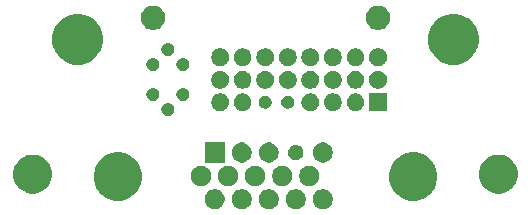
<source format=gts>
G04 #@! TF.GenerationSoftware,KiCad,Pcbnew,(5.1.2)-1*
G04 #@! TF.CreationDate,2019-06-06T00:59:27-04:00*
G04 #@! TF.ProjectId,VGA to DVI_SIMPLE,56474120-746f-4204-9456-495f53494d50,rev?*
G04 #@! TF.SameCoordinates,Original*
G04 #@! TF.FileFunction,Soldermask,Top*
G04 #@! TF.FilePolarity,Negative*
%FSLAX46Y46*%
G04 Gerber Fmt 4.6, Leading zero omitted, Abs format (unit mm)*
G04 Created by KiCad (PCBNEW (5.1.2)-1) date 2019-06-06 00:59:27*
%MOMM*%
%LPD*%
G04 APERTURE LIST*
%ADD10C,0.100000*%
G04 APERTURE END LIST*
D10*
G36*
X171303228Y-121956042D02*
G01*
X171458100Y-122020192D01*
X171597481Y-122113324D01*
X171716015Y-122231858D01*
X171809147Y-122371239D01*
X171873297Y-122526111D01*
X171906000Y-122690523D01*
X171906000Y-122858155D01*
X171873297Y-123022567D01*
X171809147Y-123177439D01*
X171716015Y-123316820D01*
X171597481Y-123435354D01*
X171458100Y-123528486D01*
X171303228Y-123592636D01*
X171138816Y-123625339D01*
X170971184Y-123625339D01*
X170806772Y-123592636D01*
X170651900Y-123528486D01*
X170512519Y-123435354D01*
X170393985Y-123316820D01*
X170300853Y-123177439D01*
X170236703Y-123022567D01*
X170204000Y-122858155D01*
X170204000Y-122690523D01*
X170236703Y-122526111D01*
X170300853Y-122371239D01*
X170393985Y-122231858D01*
X170512519Y-122113324D01*
X170651900Y-122020192D01*
X170806772Y-121956042D01*
X170971184Y-121923339D01*
X171138816Y-121923339D01*
X171303228Y-121956042D01*
X171303228Y-121956042D01*
G37*
G36*
X173593228Y-121956042D02*
G01*
X173748100Y-122020192D01*
X173887481Y-122113324D01*
X174006015Y-122231858D01*
X174099147Y-122371239D01*
X174163297Y-122526111D01*
X174196000Y-122690523D01*
X174196000Y-122858155D01*
X174163297Y-123022567D01*
X174099147Y-123177439D01*
X174006015Y-123316820D01*
X173887481Y-123435354D01*
X173748100Y-123528486D01*
X173593228Y-123592636D01*
X173428816Y-123625339D01*
X173261184Y-123625339D01*
X173096772Y-123592636D01*
X172941900Y-123528486D01*
X172802519Y-123435354D01*
X172683985Y-123316820D01*
X172590853Y-123177439D01*
X172526703Y-123022567D01*
X172494000Y-122858155D01*
X172494000Y-122690523D01*
X172526703Y-122526111D01*
X172590853Y-122371239D01*
X172683985Y-122231858D01*
X172802519Y-122113324D01*
X172941900Y-122020192D01*
X173096772Y-121956042D01*
X173261184Y-121923339D01*
X173428816Y-121923339D01*
X173593228Y-121956042D01*
X173593228Y-121956042D01*
G37*
G36*
X175883228Y-121956042D02*
G01*
X176038100Y-122020192D01*
X176177481Y-122113324D01*
X176296015Y-122231858D01*
X176389147Y-122371239D01*
X176453297Y-122526111D01*
X176486000Y-122690523D01*
X176486000Y-122858155D01*
X176453297Y-123022567D01*
X176389147Y-123177439D01*
X176296015Y-123316820D01*
X176177481Y-123435354D01*
X176038100Y-123528486D01*
X175883228Y-123592636D01*
X175718816Y-123625339D01*
X175551184Y-123625339D01*
X175386772Y-123592636D01*
X175231900Y-123528486D01*
X175092519Y-123435354D01*
X174973985Y-123316820D01*
X174880853Y-123177439D01*
X174816703Y-123022567D01*
X174784000Y-122858155D01*
X174784000Y-122690523D01*
X174816703Y-122526111D01*
X174880853Y-122371239D01*
X174973985Y-122231858D01*
X175092519Y-122113324D01*
X175231900Y-122020192D01*
X175386772Y-121956042D01*
X175551184Y-121923339D01*
X175718816Y-121923339D01*
X175883228Y-121956042D01*
X175883228Y-121956042D01*
G37*
G36*
X169013228Y-121956042D02*
G01*
X169168100Y-122020192D01*
X169307481Y-122113324D01*
X169426015Y-122231858D01*
X169519147Y-122371239D01*
X169583297Y-122526111D01*
X169616000Y-122690523D01*
X169616000Y-122858155D01*
X169583297Y-123022567D01*
X169519147Y-123177439D01*
X169426015Y-123316820D01*
X169307481Y-123435354D01*
X169168100Y-123528486D01*
X169013228Y-123592636D01*
X168848816Y-123625339D01*
X168681184Y-123625339D01*
X168516772Y-123592636D01*
X168361900Y-123528486D01*
X168222519Y-123435354D01*
X168103985Y-123316820D01*
X168010853Y-123177439D01*
X167946703Y-123022567D01*
X167914000Y-122858155D01*
X167914000Y-122690523D01*
X167946703Y-122526111D01*
X168010853Y-122371239D01*
X168103985Y-122231858D01*
X168222519Y-122113324D01*
X168361900Y-122020192D01*
X168516772Y-121956042D01*
X168681184Y-121923339D01*
X168848816Y-121923339D01*
X169013228Y-121956042D01*
X169013228Y-121956042D01*
G37*
G36*
X166723228Y-121956042D02*
G01*
X166878100Y-122020192D01*
X167017481Y-122113324D01*
X167136015Y-122231858D01*
X167229147Y-122371239D01*
X167293297Y-122526111D01*
X167326000Y-122690523D01*
X167326000Y-122858155D01*
X167293297Y-123022567D01*
X167229147Y-123177439D01*
X167136015Y-123316820D01*
X167017481Y-123435354D01*
X166878100Y-123528486D01*
X166723228Y-123592636D01*
X166558816Y-123625339D01*
X166391184Y-123625339D01*
X166226772Y-123592636D01*
X166071900Y-123528486D01*
X165932519Y-123435354D01*
X165813985Y-123316820D01*
X165720853Y-123177439D01*
X165656703Y-123022567D01*
X165624000Y-122858155D01*
X165624000Y-122690523D01*
X165656703Y-122526111D01*
X165720853Y-122371239D01*
X165813985Y-122231858D01*
X165932519Y-122113324D01*
X166071900Y-122020192D01*
X166226772Y-121956042D01*
X166391184Y-121923339D01*
X166558816Y-121923339D01*
X166723228Y-121956042D01*
X166723228Y-121956042D01*
G37*
G36*
X183888254Y-118892157D02*
G01*
X184261511Y-119046765D01*
X184261513Y-119046766D01*
X184597436Y-119271223D01*
X184883116Y-119556903D01*
X185090957Y-119867958D01*
X185107574Y-119892828D01*
X185262182Y-120266085D01*
X185341000Y-120662332D01*
X185341000Y-121066346D01*
X185262182Y-121462593D01*
X185107574Y-121835850D01*
X185107573Y-121835852D01*
X184883116Y-122171775D01*
X184597436Y-122457455D01*
X184261513Y-122681912D01*
X184261512Y-122681913D01*
X184261511Y-122681913D01*
X183888254Y-122836521D01*
X183492007Y-122915339D01*
X183087993Y-122915339D01*
X182691746Y-122836521D01*
X182318489Y-122681913D01*
X182318488Y-122681913D01*
X182318487Y-122681912D01*
X181982564Y-122457455D01*
X181696884Y-122171775D01*
X181472427Y-121835852D01*
X181472426Y-121835850D01*
X181317818Y-121462593D01*
X181239000Y-121066346D01*
X181239000Y-120662332D01*
X181317818Y-120266085D01*
X181472426Y-119892828D01*
X181489044Y-119867958D01*
X181696884Y-119556903D01*
X181982564Y-119271223D01*
X182318487Y-119046766D01*
X182318489Y-119046765D01*
X182691746Y-118892157D01*
X183087993Y-118813339D01*
X183492007Y-118813339D01*
X183888254Y-118892157D01*
X183888254Y-118892157D01*
G37*
G36*
X158888254Y-118892157D02*
G01*
X159261511Y-119046765D01*
X159261513Y-119046766D01*
X159597436Y-119271223D01*
X159883116Y-119556903D01*
X160090957Y-119867958D01*
X160107574Y-119892828D01*
X160262182Y-120266085D01*
X160341000Y-120662332D01*
X160341000Y-121066346D01*
X160262182Y-121462593D01*
X160107574Y-121835850D01*
X160107573Y-121835852D01*
X159883116Y-122171775D01*
X159597436Y-122457455D01*
X159261513Y-122681912D01*
X159261512Y-122681913D01*
X159261511Y-122681913D01*
X158888254Y-122836521D01*
X158492007Y-122915339D01*
X158087993Y-122915339D01*
X157691746Y-122836521D01*
X157318489Y-122681913D01*
X157318488Y-122681913D01*
X157318487Y-122681912D01*
X156982564Y-122457455D01*
X156696884Y-122171775D01*
X156472427Y-121835852D01*
X156472426Y-121835850D01*
X156317818Y-121462593D01*
X156239000Y-121066346D01*
X156239000Y-120662332D01*
X156317818Y-120266085D01*
X156472426Y-119892828D01*
X156489044Y-119867958D01*
X156696884Y-119556903D01*
X156982564Y-119271223D01*
X157318487Y-119046766D01*
X157318489Y-119046765D01*
X157691746Y-118892157D01*
X158087993Y-118813339D01*
X158492007Y-118813339D01*
X158888254Y-118892157D01*
X158888254Y-118892157D01*
G37*
G36*
X190875256Y-119041298D02*
G01*
X190981579Y-119062447D01*
X191282042Y-119186903D01*
X191552451Y-119367585D01*
X191782415Y-119597549D01*
X191782416Y-119597551D01*
X191963098Y-119867960D01*
X192087553Y-120168422D01*
X192151000Y-120487389D01*
X192151000Y-120812611D01*
X192137962Y-120878155D01*
X192087553Y-121131579D01*
X191963097Y-121432042D01*
X191782415Y-121702451D01*
X191552451Y-121932415D01*
X191282042Y-122113097D01*
X190981579Y-122237553D01*
X190875256Y-122258702D01*
X190662611Y-122301000D01*
X190337389Y-122301000D01*
X190124744Y-122258702D01*
X190018421Y-122237553D01*
X189717958Y-122113097D01*
X189447549Y-121932415D01*
X189217585Y-121702451D01*
X189036903Y-121432042D01*
X188912447Y-121131579D01*
X188862038Y-120878155D01*
X188849000Y-120812611D01*
X188849000Y-120487389D01*
X188912447Y-120168422D01*
X189036902Y-119867960D01*
X189217584Y-119597551D01*
X189217585Y-119597549D01*
X189447549Y-119367585D01*
X189717958Y-119186903D01*
X190018421Y-119062447D01*
X190124744Y-119041298D01*
X190337389Y-118999000D01*
X190662611Y-118999000D01*
X190875256Y-119041298D01*
X190875256Y-119041298D01*
G37*
G36*
X151455256Y-119041298D02*
G01*
X151561579Y-119062447D01*
X151862042Y-119186903D01*
X152132451Y-119367585D01*
X152362415Y-119597549D01*
X152362416Y-119597551D01*
X152543098Y-119867960D01*
X152667553Y-120168422D01*
X152731000Y-120487389D01*
X152731000Y-120812611D01*
X152717962Y-120878155D01*
X152667553Y-121131579D01*
X152543097Y-121432042D01*
X152362415Y-121702451D01*
X152132451Y-121932415D01*
X151862042Y-122113097D01*
X151561579Y-122237553D01*
X151455256Y-122258702D01*
X151242611Y-122301000D01*
X150917389Y-122301000D01*
X150704744Y-122258702D01*
X150598421Y-122237553D01*
X150297958Y-122113097D01*
X150027549Y-121932415D01*
X149797585Y-121702451D01*
X149616903Y-121432042D01*
X149492447Y-121131579D01*
X149442038Y-120878155D01*
X149429000Y-120812611D01*
X149429000Y-120487389D01*
X149492447Y-120168422D01*
X149616902Y-119867960D01*
X149797584Y-119597551D01*
X149797585Y-119597549D01*
X150027549Y-119367585D01*
X150297958Y-119186903D01*
X150598421Y-119062447D01*
X150704744Y-119041298D01*
X150917389Y-118999000D01*
X151242611Y-118999000D01*
X151455256Y-119041298D01*
X151455256Y-119041298D01*
G37*
G36*
X165578228Y-119976042D02*
G01*
X165733100Y-120040192D01*
X165872481Y-120133324D01*
X165991015Y-120251858D01*
X166084147Y-120391239D01*
X166148297Y-120546111D01*
X166181000Y-120710523D01*
X166181000Y-120878155D01*
X166148297Y-121042567D01*
X166084147Y-121197439D01*
X165991015Y-121336820D01*
X165872481Y-121455354D01*
X165733100Y-121548486D01*
X165578228Y-121612636D01*
X165413816Y-121645339D01*
X165246184Y-121645339D01*
X165081772Y-121612636D01*
X164926900Y-121548486D01*
X164787519Y-121455354D01*
X164668985Y-121336820D01*
X164575853Y-121197439D01*
X164511703Y-121042567D01*
X164479000Y-120878155D01*
X164479000Y-120710523D01*
X164511703Y-120546111D01*
X164575853Y-120391239D01*
X164668985Y-120251858D01*
X164787519Y-120133324D01*
X164926900Y-120040192D01*
X165081772Y-119976042D01*
X165246184Y-119943339D01*
X165413816Y-119943339D01*
X165578228Y-119976042D01*
X165578228Y-119976042D01*
G37*
G36*
X174738228Y-119976042D02*
G01*
X174893100Y-120040192D01*
X175032481Y-120133324D01*
X175151015Y-120251858D01*
X175244147Y-120391239D01*
X175308297Y-120546111D01*
X175341000Y-120710523D01*
X175341000Y-120878155D01*
X175308297Y-121042567D01*
X175244147Y-121197439D01*
X175151015Y-121336820D01*
X175032481Y-121455354D01*
X174893100Y-121548486D01*
X174738228Y-121612636D01*
X174573816Y-121645339D01*
X174406184Y-121645339D01*
X174241772Y-121612636D01*
X174086900Y-121548486D01*
X173947519Y-121455354D01*
X173828985Y-121336820D01*
X173735853Y-121197439D01*
X173671703Y-121042567D01*
X173639000Y-120878155D01*
X173639000Y-120710523D01*
X173671703Y-120546111D01*
X173735853Y-120391239D01*
X173828985Y-120251858D01*
X173947519Y-120133324D01*
X174086900Y-120040192D01*
X174241772Y-119976042D01*
X174406184Y-119943339D01*
X174573816Y-119943339D01*
X174738228Y-119976042D01*
X174738228Y-119976042D01*
G37*
G36*
X172448228Y-119976042D02*
G01*
X172603100Y-120040192D01*
X172742481Y-120133324D01*
X172861015Y-120251858D01*
X172954147Y-120391239D01*
X173018297Y-120546111D01*
X173051000Y-120710523D01*
X173051000Y-120878155D01*
X173018297Y-121042567D01*
X172954147Y-121197439D01*
X172861015Y-121336820D01*
X172742481Y-121455354D01*
X172603100Y-121548486D01*
X172448228Y-121612636D01*
X172283816Y-121645339D01*
X172116184Y-121645339D01*
X171951772Y-121612636D01*
X171796900Y-121548486D01*
X171657519Y-121455354D01*
X171538985Y-121336820D01*
X171445853Y-121197439D01*
X171381703Y-121042567D01*
X171349000Y-120878155D01*
X171349000Y-120710523D01*
X171381703Y-120546111D01*
X171445853Y-120391239D01*
X171538985Y-120251858D01*
X171657519Y-120133324D01*
X171796900Y-120040192D01*
X171951772Y-119976042D01*
X172116184Y-119943339D01*
X172283816Y-119943339D01*
X172448228Y-119976042D01*
X172448228Y-119976042D01*
G37*
G36*
X170158228Y-119976042D02*
G01*
X170313100Y-120040192D01*
X170452481Y-120133324D01*
X170571015Y-120251858D01*
X170664147Y-120391239D01*
X170728297Y-120546111D01*
X170761000Y-120710523D01*
X170761000Y-120878155D01*
X170728297Y-121042567D01*
X170664147Y-121197439D01*
X170571015Y-121336820D01*
X170452481Y-121455354D01*
X170313100Y-121548486D01*
X170158228Y-121612636D01*
X169993816Y-121645339D01*
X169826184Y-121645339D01*
X169661772Y-121612636D01*
X169506900Y-121548486D01*
X169367519Y-121455354D01*
X169248985Y-121336820D01*
X169155853Y-121197439D01*
X169091703Y-121042567D01*
X169059000Y-120878155D01*
X169059000Y-120710523D01*
X169091703Y-120546111D01*
X169155853Y-120391239D01*
X169248985Y-120251858D01*
X169367519Y-120133324D01*
X169506900Y-120040192D01*
X169661772Y-119976042D01*
X169826184Y-119943339D01*
X169993816Y-119943339D01*
X170158228Y-119976042D01*
X170158228Y-119976042D01*
G37*
G36*
X167868228Y-119976042D02*
G01*
X168023100Y-120040192D01*
X168162481Y-120133324D01*
X168281015Y-120251858D01*
X168374147Y-120391239D01*
X168438297Y-120546111D01*
X168471000Y-120710523D01*
X168471000Y-120878155D01*
X168438297Y-121042567D01*
X168374147Y-121197439D01*
X168281015Y-121336820D01*
X168162481Y-121455354D01*
X168023100Y-121548486D01*
X167868228Y-121612636D01*
X167703816Y-121645339D01*
X167536184Y-121645339D01*
X167371772Y-121612636D01*
X167216900Y-121548486D01*
X167077519Y-121455354D01*
X166958985Y-121336820D01*
X166865853Y-121197439D01*
X166801703Y-121042567D01*
X166769000Y-120878155D01*
X166769000Y-120710523D01*
X166801703Y-120546111D01*
X166865853Y-120391239D01*
X166958985Y-120251858D01*
X167077519Y-120133324D01*
X167216900Y-120040192D01*
X167371772Y-119976042D01*
X167536184Y-119943339D01*
X167703816Y-119943339D01*
X167868228Y-119976042D01*
X167868228Y-119976042D01*
G37*
G36*
X175883228Y-117996042D02*
G01*
X176038100Y-118060192D01*
X176177481Y-118153324D01*
X176296015Y-118271858D01*
X176389147Y-118411239D01*
X176453297Y-118566111D01*
X176486000Y-118730523D01*
X176486000Y-118898155D01*
X176453297Y-119062567D01*
X176389147Y-119217439D01*
X176296015Y-119356820D01*
X176177481Y-119475354D01*
X176038100Y-119568486D01*
X175883228Y-119632636D01*
X175718816Y-119665339D01*
X175551184Y-119665339D01*
X175386772Y-119632636D01*
X175231900Y-119568486D01*
X175092519Y-119475354D01*
X174973985Y-119356820D01*
X174880853Y-119217439D01*
X174816703Y-119062567D01*
X174784000Y-118898155D01*
X174784000Y-118730523D01*
X174816703Y-118566111D01*
X174880853Y-118411239D01*
X174973985Y-118271858D01*
X175092519Y-118153324D01*
X175231900Y-118060192D01*
X175386772Y-117996042D01*
X175551184Y-117963339D01*
X175718816Y-117963339D01*
X175883228Y-117996042D01*
X175883228Y-117996042D01*
G37*
G36*
X169013228Y-117996042D02*
G01*
X169168100Y-118060192D01*
X169307481Y-118153324D01*
X169426015Y-118271858D01*
X169519147Y-118411239D01*
X169583297Y-118566111D01*
X169616000Y-118730523D01*
X169616000Y-118898155D01*
X169583297Y-119062567D01*
X169519147Y-119217439D01*
X169426015Y-119356820D01*
X169307481Y-119475354D01*
X169168100Y-119568486D01*
X169013228Y-119632636D01*
X168848816Y-119665339D01*
X168681184Y-119665339D01*
X168516772Y-119632636D01*
X168361900Y-119568486D01*
X168222519Y-119475354D01*
X168103985Y-119356820D01*
X168010853Y-119217439D01*
X167946703Y-119062567D01*
X167914000Y-118898155D01*
X167914000Y-118730523D01*
X167946703Y-118566111D01*
X168010853Y-118411239D01*
X168103985Y-118271858D01*
X168222519Y-118153324D01*
X168361900Y-118060192D01*
X168516772Y-117996042D01*
X168681184Y-117963339D01*
X168848816Y-117963339D01*
X169013228Y-117996042D01*
X169013228Y-117996042D01*
G37*
G36*
X171303228Y-117996042D02*
G01*
X171458100Y-118060192D01*
X171597481Y-118153324D01*
X171716015Y-118271858D01*
X171809147Y-118411239D01*
X171873297Y-118566111D01*
X171906000Y-118730523D01*
X171906000Y-118898155D01*
X171873297Y-119062567D01*
X171809147Y-119217439D01*
X171716015Y-119356820D01*
X171597481Y-119475354D01*
X171458100Y-119568486D01*
X171303228Y-119632636D01*
X171138816Y-119665339D01*
X170971184Y-119665339D01*
X170806772Y-119632636D01*
X170651900Y-119568486D01*
X170512519Y-119475354D01*
X170393985Y-119356820D01*
X170300853Y-119217439D01*
X170236703Y-119062567D01*
X170204000Y-118898155D01*
X170204000Y-118730523D01*
X170236703Y-118566111D01*
X170300853Y-118411239D01*
X170393985Y-118271858D01*
X170512519Y-118153324D01*
X170651900Y-118060192D01*
X170806772Y-117996042D01*
X170971184Y-117963339D01*
X171138816Y-117963339D01*
X171303228Y-117996042D01*
X171303228Y-117996042D01*
G37*
G36*
X167326000Y-119665339D02*
G01*
X165624000Y-119665339D01*
X165624000Y-117963339D01*
X167326000Y-117963339D01*
X167326000Y-119665339D01*
X167326000Y-119665339D01*
G37*
G36*
X173534890Y-118188356D02*
G01*
X173653364Y-118237430D01*
X173759988Y-118308674D01*
X173850665Y-118399351D01*
X173921909Y-118505975D01*
X173970983Y-118624449D01*
X173996000Y-118750221D01*
X173996000Y-118878457D01*
X173970983Y-119004229D01*
X173921909Y-119122703D01*
X173850665Y-119229327D01*
X173759988Y-119320004D01*
X173653364Y-119391248D01*
X173653363Y-119391249D01*
X173653362Y-119391249D01*
X173534890Y-119440322D01*
X173409119Y-119465339D01*
X173280881Y-119465339D01*
X173155110Y-119440322D01*
X173036638Y-119391249D01*
X173036637Y-119391249D01*
X173036636Y-119391248D01*
X172930012Y-119320004D01*
X172839335Y-119229327D01*
X172768091Y-119122703D01*
X172719017Y-119004229D01*
X172694000Y-118878457D01*
X172694000Y-118750221D01*
X172719017Y-118624449D01*
X172768091Y-118505975D01*
X172839335Y-118399351D01*
X172930012Y-118308674D01*
X173036636Y-118237430D01*
X173155110Y-118188356D01*
X173280881Y-118163339D01*
X173409119Y-118163339D01*
X173534890Y-118188356D01*
X173534890Y-118188356D01*
G37*
G36*
X162690721Y-114630174D02*
G01*
X162790995Y-114671709D01*
X162790996Y-114671710D01*
X162881242Y-114732010D01*
X162957990Y-114808758D01*
X162957991Y-114808760D01*
X163018291Y-114899005D01*
X163059826Y-114999279D01*
X163081000Y-115105730D01*
X163081000Y-115214270D01*
X163059826Y-115320721D01*
X163018291Y-115420995D01*
X163018290Y-115420996D01*
X162957990Y-115511242D01*
X162881242Y-115587990D01*
X162835812Y-115618345D01*
X162790995Y-115648291D01*
X162690721Y-115689826D01*
X162584270Y-115711000D01*
X162475730Y-115711000D01*
X162369279Y-115689826D01*
X162269005Y-115648291D01*
X162224188Y-115618345D01*
X162178758Y-115587990D01*
X162102010Y-115511242D01*
X162041710Y-115420996D01*
X162041709Y-115420995D01*
X162000174Y-115320721D01*
X161979000Y-115214270D01*
X161979000Y-115105730D01*
X162000174Y-114999279D01*
X162041709Y-114899005D01*
X162102009Y-114808760D01*
X162102010Y-114808758D01*
X162178758Y-114732010D01*
X162269004Y-114671710D01*
X162269005Y-114671709D01*
X162369279Y-114630174D01*
X162475730Y-114609000D01*
X162584270Y-114609000D01*
X162690721Y-114630174D01*
X162690721Y-114630174D01*
G37*
G36*
X176698351Y-113835730D02*
G01*
X176709059Y-113837860D01*
X176845732Y-113894472D01*
X176968735Y-113976660D01*
X177073340Y-114081265D01*
X177155528Y-114204268D01*
X177155529Y-114204270D01*
X177212140Y-114340941D01*
X177241000Y-114486032D01*
X177241000Y-114633968D01*
X177212140Y-114779059D01*
X177194770Y-114820995D01*
X177155528Y-114915732D01*
X177073340Y-115038735D01*
X176968735Y-115143340D01*
X176845732Y-115225528D01*
X176845731Y-115225529D01*
X176845730Y-115225529D01*
X176709059Y-115282140D01*
X176563968Y-115311000D01*
X176416032Y-115311000D01*
X176270941Y-115282140D01*
X176134270Y-115225529D01*
X176134269Y-115225529D01*
X176134268Y-115225528D01*
X176011265Y-115143340D01*
X175906660Y-115038735D01*
X175824472Y-114915732D01*
X175785231Y-114820995D01*
X175767860Y-114779059D01*
X175739000Y-114633968D01*
X175739000Y-114486032D01*
X175767860Y-114340941D01*
X175824471Y-114204270D01*
X175824472Y-114204268D01*
X175906660Y-114081265D01*
X176011265Y-113976660D01*
X176134268Y-113894472D01*
X176270941Y-113837860D01*
X176281649Y-113835730D01*
X176416032Y-113809000D01*
X176563968Y-113809000D01*
X176698351Y-113835730D01*
X176698351Y-113835730D01*
G37*
G36*
X167148351Y-113835730D02*
G01*
X167159059Y-113837860D01*
X167295732Y-113894472D01*
X167418735Y-113976660D01*
X167523340Y-114081265D01*
X167605528Y-114204268D01*
X167605529Y-114204270D01*
X167662140Y-114340941D01*
X167691000Y-114486032D01*
X167691000Y-114633968D01*
X167662140Y-114779059D01*
X167644770Y-114820995D01*
X167605528Y-114915732D01*
X167523340Y-115038735D01*
X167418735Y-115143340D01*
X167295732Y-115225528D01*
X167295731Y-115225529D01*
X167295730Y-115225529D01*
X167159059Y-115282140D01*
X167013968Y-115311000D01*
X166866032Y-115311000D01*
X166720941Y-115282140D01*
X166584270Y-115225529D01*
X166584269Y-115225529D01*
X166584268Y-115225528D01*
X166461265Y-115143340D01*
X166356660Y-115038735D01*
X166274472Y-114915732D01*
X166235231Y-114820995D01*
X166217860Y-114779059D01*
X166189000Y-114633968D01*
X166189000Y-114486032D01*
X166217860Y-114340941D01*
X166274471Y-114204270D01*
X166274472Y-114204268D01*
X166356660Y-114081265D01*
X166461265Y-113976660D01*
X166584268Y-113894472D01*
X166720941Y-113837860D01*
X166731649Y-113835730D01*
X166866032Y-113809000D01*
X167013968Y-113809000D01*
X167148351Y-113835730D01*
X167148351Y-113835730D01*
G37*
G36*
X169058351Y-113835730D02*
G01*
X169069059Y-113837860D01*
X169205732Y-113894472D01*
X169328735Y-113976660D01*
X169433340Y-114081265D01*
X169515528Y-114204268D01*
X169515529Y-114204270D01*
X169572140Y-114340941D01*
X169601000Y-114486032D01*
X169601000Y-114633968D01*
X169572140Y-114779059D01*
X169554770Y-114820995D01*
X169515528Y-114915732D01*
X169433340Y-115038735D01*
X169328735Y-115143340D01*
X169205732Y-115225528D01*
X169205731Y-115225529D01*
X169205730Y-115225529D01*
X169069059Y-115282140D01*
X168923968Y-115311000D01*
X168776032Y-115311000D01*
X168630941Y-115282140D01*
X168494270Y-115225529D01*
X168494269Y-115225529D01*
X168494268Y-115225528D01*
X168371265Y-115143340D01*
X168266660Y-115038735D01*
X168184472Y-114915732D01*
X168145231Y-114820995D01*
X168127860Y-114779059D01*
X168099000Y-114633968D01*
X168099000Y-114486032D01*
X168127860Y-114340941D01*
X168184471Y-114204270D01*
X168184472Y-114204268D01*
X168266660Y-114081265D01*
X168371265Y-113976660D01*
X168494268Y-113894472D01*
X168630941Y-113837860D01*
X168641649Y-113835730D01*
X168776032Y-113809000D01*
X168923968Y-113809000D01*
X169058351Y-113835730D01*
X169058351Y-113835730D01*
G37*
G36*
X174788351Y-113835730D02*
G01*
X174799059Y-113837860D01*
X174935732Y-113894472D01*
X175058735Y-113976660D01*
X175163340Y-114081265D01*
X175245528Y-114204268D01*
X175245529Y-114204270D01*
X175302140Y-114340941D01*
X175331000Y-114486032D01*
X175331000Y-114633968D01*
X175302140Y-114779059D01*
X175284770Y-114820995D01*
X175245528Y-114915732D01*
X175163340Y-115038735D01*
X175058735Y-115143340D01*
X174935732Y-115225528D01*
X174935731Y-115225529D01*
X174935730Y-115225529D01*
X174799059Y-115282140D01*
X174653968Y-115311000D01*
X174506032Y-115311000D01*
X174360941Y-115282140D01*
X174224270Y-115225529D01*
X174224269Y-115225529D01*
X174224268Y-115225528D01*
X174101265Y-115143340D01*
X173996660Y-115038735D01*
X173914472Y-114915732D01*
X173875231Y-114820995D01*
X173857860Y-114779059D01*
X173829000Y-114633968D01*
X173829000Y-114486032D01*
X173857860Y-114340941D01*
X173914471Y-114204270D01*
X173914472Y-114204268D01*
X173996660Y-114081265D01*
X174101265Y-113976660D01*
X174224268Y-113894472D01*
X174360941Y-113837860D01*
X174371649Y-113835730D01*
X174506032Y-113809000D01*
X174653968Y-113809000D01*
X174788351Y-113835730D01*
X174788351Y-113835730D01*
G37*
G36*
X181061000Y-115311000D02*
G01*
X179559000Y-115311000D01*
X179559000Y-113809000D01*
X181061000Y-113809000D01*
X181061000Y-115311000D01*
X181061000Y-115311000D01*
G37*
G36*
X178608351Y-113835730D02*
G01*
X178619059Y-113837860D01*
X178755732Y-113894472D01*
X178878735Y-113976660D01*
X178983340Y-114081265D01*
X179065528Y-114204268D01*
X179065529Y-114204270D01*
X179122140Y-114340941D01*
X179151000Y-114486032D01*
X179151000Y-114633968D01*
X179122140Y-114779059D01*
X179104770Y-114820995D01*
X179065528Y-114915732D01*
X178983340Y-115038735D01*
X178878735Y-115143340D01*
X178755732Y-115225528D01*
X178755731Y-115225529D01*
X178755730Y-115225529D01*
X178619059Y-115282140D01*
X178473968Y-115311000D01*
X178326032Y-115311000D01*
X178180941Y-115282140D01*
X178044270Y-115225529D01*
X178044269Y-115225529D01*
X178044268Y-115225528D01*
X177921265Y-115143340D01*
X177816660Y-115038735D01*
X177734472Y-114915732D01*
X177695231Y-114820995D01*
X177677860Y-114779059D01*
X177649000Y-114633968D01*
X177649000Y-114486032D01*
X177677860Y-114340941D01*
X177734471Y-114204270D01*
X177734472Y-114204268D01*
X177816660Y-114081265D01*
X177921265Y-113976660D01*
X178044268Y-113894472D01*
X178180941Y-113837860D01*
X178191649Y-113835730D01*
X178326032Y-113809000D01*
X178473968Y-113809000D01*
X178608351Y-113835730D01*
X178608351Y-113835730D01*
G37*
G36*
X172830721Y-114030174D02*
G01*
X172930995Y-114071709D01*
X172975812Y-114101655D01*
X173021242Y-114132010D01*
X173097990Y-114208758D01*
X173097991Y-114208760D01*
X173158291Y-114299005D01*
X173199826Y-114399279D01*
X173221000Y-114505730D01*
X173221000Y-114614270D01*
X173199826Y-114720721D01*
X173158291Y-114820995D01*
X173158290Y-114820996D01*
X173097990Y-114911242D01*
X173021242Y-114987990D01*
X172975812Y-115018345D01*
X172930995Y-115048291D01*
X172830721Y-115089826D01*
X172724270Y-115111000D01*
X172615730Y-115111000D01*
X172509279Y-115089826D01*
X172409005Y-115048291D01*
X172364188Y-115018345D01*
X172318758Y-114987990D01*
X172242010Y-114911242D01*
X172181710Y-114820996D01*
X172181709Y-114820995D01*
X172140174Y-114720721D01*
X172119000Y-114614270D01*
X172119000Y-114505730D01*
X172140174Y-114399279D01*
X172181709Y-114299005D01*
X172242009Y-114208760D01*
X172242010Y-114208758D01*
X172318758Y-114132010D01*
X172364188Y-114101655D01*
X172409005Y-114071709D01*
X172509279Y-114030174D01*
X172615730Y-114009000D01*
X172724270Y-114009000D01*
X172830721Y-114030174D01*
X172830721Y-114030174D01*
G37*
G36*
X170920721Y-114030174D02*
G01*
X171020995Y-114071709D01*
X171065812Y-114101655D01*
X171111242Y-114132010D01*
X171187990Y-114208758D01*
X171187991Y-114208760D01*
X171248291Y-114299005D01*
X171289826Y-114399279D01*
X171311000Y-114505730D01*
X171311000Y-114614270D01*
X171289826Y-114720721D01*
X171248291Y-114820995D01*
X171248290Y-114820996D01*
X171187990Y-114911242D01*
X171111242Y-114987990D01*
X171065812Y-115018345D01*
X171020995Y-115048291D01*
X170920721Y-115089826D01*
X170814270Y-115111000D01*
X170705730Y-115111000D01*
X170599279Y-115089826D01*
X170499005Y-115048291D01*
X170454188Y-115018345D01*
X170408758Y-114987990D01*
X170332010Y-114911242D01*
X170271710Y-114820996D01*
X170271709Y-114820995D01*
X170230174Y-114720721D01*
X170209000Y-114614270D01*
X170209000Y-114505730D01*
X170230174Y-114399279D01*
X170271709Y-114299005D01*
X170332009Y-114208760D01*
X170332010Y-114208758D01*
X170408758Y-114132010D01*
X170454188Y-114101655D01*
X170499005Y-114071709D01*
X170599279Y-114030174D01*
X170705730Y-114009000D01*
X170814270Y-114009000D01*
X170920721Y-114030174D01*
X170920721Y-114030174D01*
G37*
G36*
X161420721Y-113360174D02*
G01*
X161520995Y-113401709D01*
X161520996Y-113401710D01*
X161611242Y-113462010D01*
X161687990Y-113538758D01*
X161687991Y-113538760D01*
X161748291Y-113629005D01*
X161789826Y-113729279D01*
X161811000Y-113835730D01*
X161811000Y-113944270D01*
X161789826Y-114050721D01*
X161748291Y-114150995D01*
X161748290Y-114150996D01*
X161687990Y-114241242D01*
X161611242Y-114317990D01*
X161576893Y-114340941D01*
X161520995Y-114378291D01*
X161420721Y-114419826D01*
X161314270Y-114441000D01*
X161205730Y-114441000D01*
X161099279Y-114419826D01*
X160999005Y-114378291D01*
X160943107Y-114340941D01*
X160908758Y-114317990D01*
X160832010Y-114241242D01*
X160771710Y-114150996D01*
X160771709Y-114150995D01*
X160730174Y-114050721D01*
X160709000Y-113944270D01*
X160709000Y-113835730D01*
X160730174Y-113729279D01*
X160771709Y-113629005D01*
X160832009Y-113538760D01*
X160832010Y-113538758D01*
X160908758Y-113462010D01*
X160999004Y-113401710D01*
X160999005Y-113401709D01*
X161099279Y-113360174D01*
X161205730Y-113339000D01*
X161314270Y-113339000D01*
X161420721Y-113360174D01*
X161420721Y-113360174D01*
G37*
G36*
X163960721Y-113360174D02*
G01*
X164060995Y-113401709D01*
X164060996Y-113401710D01*
X164151242Y-113462010D01*
X164227990Y-113538758D01*
X164227991Y-113538760D01*
X164288291Y-113629005D01*
X164329826Y-113729279D01*
X164351000Y-113835730D01*
X164351000Y-113944270D01*
X164329826Y-114050721D01*
X164288291Y-114150995D01*
X164288290Y-114150996D01*
X164227990Y-114241242D01*
X164151242Y-114317990D01*
X164116893Y-114340941D01*
X164060995Y-114378291D01*
X163960721Y-114419826D01*
X163854270Y-114441000D01*
X163745730Y-114441000D01*
X163639279Y-114419826D01*
X163539005Y-114378291D01*
X163483107Y-114340941D01*
X163448758Y-114317990D01*
X163372010Y-114241242D01*
X163311710Y-114150996D01*
X163311709Y-114150995D01*
X163270174Y-114050721D01*
X163249000Y-113944270D01*
X163249000Y-113835730D01*
X163270174Y-113729279D01*
X163311709Y-113629005D01*
X163372009Y-113538760D01*
X163372010Y-113538758D01*
X163448758Y-113462010D01*
X163539004Y-113401710D01*
X163539005Y-113401709D01*
X163639279Y-113360174D01*
X163745730Y-113339000D01*
X163854270Y-113339000D01*
X163960721Y-113360174D01*
X163960721Y-113360174D01*
G37*
G36*
X176709059Y-111927860D02*
G01*
X176845732Y-111984472D01*
X176968735Y-112066660D01*
X177073340Y-112171265D01*
X177155528Y-112294268D01*
X177212140Y-112430941D01*
X177241000Y-112576033D01*
X177241000Y-112723967D01*
X177212140Y-112869059D01*
X177155528Y-113005732D01*
X177073340Y-113128735D01*
X176968735Y-113233340D01*
X176845732Y-113315528D01*
X176845731Y-113315529D01*
X176845730Y-113315529D01*
X176709059Y-113372140D01*
X176563968Y-113401000D01*
X176416032Y-113401000D01*
X176270941Y-113372140D01*
X176134270Y-113315529D01*
X176134269Y-113315529D01*
X176134268Y-113315528D01*
X176011265Y-113233340D01*
X175906660Y-113128735D01*
X175824472Y-113005732D01*
X175767860Y-112869059D01*
X175739000Y-112723967D01*
X175739000Y-112576033D01*
X175767860Y-112430941D01*
X175824472Y-112294268D01*
X175906660Y-112171265D01*
X176011265Y-112066660D01*
X176134268Y-111984472D01*
X176270941Y-111927860D01*
X176416032Y-111899000D01*
X176563968Y-111899000D01*
X176709059Y-111927860D01*
X176709059Y-111927860D01*
G37*
G36*
X180529059Y-111927860D02*
G01*
X180665732Y-111984472D01*
X180788735Y-112066660D01*
X180893340Y-112171265D01*
X180975528Y-112294268D01*
X181032140Y-112430941D01*
X181061000Y-112576033D01*
X181061000Y-112723967D01*
X181032140Y-112869059D01*
X180975528Y-113005732D01*
X180893340Y-113128735D01*
X180788735Y-113233340D01*
X180665732Y-113315528D01*
X180665731Y-113315529D01*
X180665730Y-113315529D01*
X180529059Y-113372140D01*
X180383968Y-113401000D01*
X180236032Y-113401000D01*
X180090941Y-113372140D01*
X179954270Y-113315529D01*
X179954269Y-113315529D01*
X179954268Y-113315528D01*
X179831265Y-113233340D01*
X179726660Y-113128735D01*
X179644472Y-113005732D01*
X179587860Y-112869059D01*
X179559000Y-112723967D01*
X179559000Y-112576033D01*
X179587860Y-112430941D01*
X179644472Y-112294268D01*
X179726660Y-112171265D01*
X179831265Y-112066660D01*
X179954268Y-111984472D01*
X180090941Y-111927860D01*
X180236032Y-111899000D01*
X180383968Y-111899000D01*
X180529059Y-111927860D01*
X180529059Y-111927860D01*
G37*
G36*
X178619059Y-111927860D02*
G01*
X178755732Y-111984472D01*
X178878735Y-112066660D01*
X178983340Y-112171265D01*
X179065528Y-112294268D01*
X179122140Y-112430941D01*
X179151000Y-112576033D01*
X179151000Y-112723967D01*
X179122140Y-112869059D01*
X179065528Y-113005732D01*
X178983340Y-113128735D01*
X178878735Y-113233340D01*
X178755732Y-113315528D01*
X178755731Y-113315529D01*
X178755730Y-113315529D01*
X178619059Y-113372140D01*
X178473968Y-113401000D01*
X178326032Y-113401000D01*
X178180941Y-113372140D01*
X178044270Y-113315529D01*
X178044269Y-113315529D01*
X178044268Y-113315528D01*
X177921265Y-113233340D01*
X177816660Y-113128735D01*
X177734472Y-113005732D01*
X177677860Y-112869059D01*
X177649000Y-112723967D01*
X177649000Y-112576033D01*
X177677860Y-112430941D01*
X177734472Y-112294268D01*
X177816660Y-112171265D01*
X177921265Y-112066660D01*
X178044268Y-111984472D01*
X178180941Y-111927860D01*
X178326032Y-111899000D01*
X178473968Y-111899000D01*
X178619059Y-111927860D01*
X178619059Y-111927860D01*
G37*
G36*
X174799059Y-111927860D02*
G01*
X174935732Y-111984472D01*
X175058735Y-112066660D01*
X175163340Y-112171265D01*
X175245528Y-112294268D01*
X175302140Y-112430941D01*
X175331000Y-112576033D01*
X175331000Y-112723967D01*
X175302140Y-112869059D01*
X175245528Y-113005732D01*
X175163340Y-113128735D01*
X175058735Y-113233340D01*
X174935732Y-113315528D01*
X174935731Y-113315529D01*
X174935730Y-113315529D01*
X174799059Y-113372140D01*
X174653968Y-113401000D01*
X174506032Y-113401000D01*
X174360941Y-113372140D01*
X174224270Y-113315529D01*
X174224269Y-113315529D01*
X174224268Y-113315528D01*
X174101265Y-113233340D01*
X173996660Y-113128735D01*
X173914472Y-113005732D01*
X173857860Y-112869059D01*
X173829000Y-112723967D01*
X173829000Y-112576033D01*
X173857860Y-112430941D01*
X173914472Y-112294268D01*
X173996660Y-112171265D01*
X174101265Y-112066660D01*
X174224268Y-111984472D01*
X174360941Y-111927860D01*
X174506032Y-111899000D01*
X174653968Y-111899000D01*
X174799059Y-111927860D01*
X174799059Y-111927860D01*
G37*
G36*
X170979059Y-111927860D02*
G01*
X171115732Y-111984472D01*
X171238735Y-112066660D01*
X171343340Y-112171265D01*
X171425528Y-112294268D01*
X171482140Y-112430941D01*
X171511000Y-112576033D01*
X171511000Y-112723967D01*
X171482140Y-112869059D01*
X171425528Y-113005732D01*
X171343340Y-113128735D01*
X171238735Y-113233340D01*
X171115732Y-113315528D01*
X171115731Y-113315529D01*
X171115730Y-113315529D01*
X170979059Y-113372140D01*
X170833968Y-113401000D01*
X170686032Y-113401000D01*
X170540941Y-113372140D01*
X170404270Y-113315529D01*
X170404269Y-113315529D01*
X170404268Y-113315528D01*
X170281265Y-113233340D01*
X170176660Y-113128735D01*
X170094472Y-113005732D01*
X170037860Y-112869059D01*
X170009000Y-112723967D01*
X170009000Y-112576033D01*
X170037860Y-112430941D01*
X170094472Y-112294268D01*
X170176660Y-112171265D01*
X170281265Y-112066660D01*
X170404268Y-111984472D01*
X170540941Y-111927860D01*
X170686032Y-111899000D01*
X170833968Y-111899000D01*
X170979059Y-111927860D01*
X170979059Y-111927860D01*
G37*
G36*
X169069059Y-111927860D02*
G01*
X169205732Y-111984472D01*
X169328735Y-112066660D01*
X169433340Y-112171265D01*
X169515528Y-112294268D01*
X169572140Y-112430941D01*
X169601000Y-112576033D01*
X169601000Y-112723967D01*
X169572140Y-112869059D01*
X169515528Y-113005732D01*
X169433340Y-113128735D01*
X169328735Y-113233340D01*
X169205732Y-113315528D01*
X169205731Y-113315529D01*
X169205730Y-113315529D01*
X169069059Y-113372140D01*
X168923968Y-113401000D01*
X168776032Y-113401000D01*
X168630941Y-113372140D01*
X168494270Y-113315529D01*
X168494269Y-113315529D01*
X168494268Y-113315528D01*
X168371265Y-113233340D01*
X168266660Y-113128735D01*
X168184472Y-113005732D01*
X168127860Y-112869059D01*
X168099000Y-112723967D01*
X168099000Y-112576033D01*
X168127860Y-112430941D01*
X168184472Y-112294268D01*
X168266660Y-112171265D01*
X168371265Y-112066660D01*
X168494268Y-111984472D01*
X168630941Y-111927860D01*
X168776032Y-111899000D01*
X168923968Y-111899000D01*
X169069059Y-111927860D01*
X169069059Y-111927860D01*
G37*
G36*
X167159059Y-111927860D02*
G01*
X167295732Y-111984472D01*
X167418735Y-112066660D01*
X167523340Y-112171265D01*
X167605528Y-112294268D01*
X167662140Y-112430941D01*
X167691000Y-112576033D01*
X167691000Y-112723967D01*
X167662140Y-112869059D01*
X167605528Y-113005732D01*
X167523340Y-113128735D01*
X167418735Y-113233340D01*
X167295732Y-113315528D01*
X167295731Y-113315529D01*
X167295730Y-113315529D01*
X167159059Y-113372140D01*
X167013968Y-113401000D01*
X166866032Y-113401000D01*
X166720941Y-113372140D01*
X166584270Y-113315529D01*
X166584269Y-113315529D01*
X166584268Y-113315528D01*
X166461265Y-113233340D01*
X166356660Y-113128735D01*
X166274472Y-113005732D01*
X166217860Y-112869059D01*
X166189000Y-112723967D01*
X166189000Y-112576033D01*
X166217860Y-112430941D01*
X166274472Y-112294268D01*
X166356660Y-112171265D01*
X166461265Y-112066660D01*
X166584268Y-111984472D01*
X166720941Y-111927860D01*
X166866032Y-111899000D01*
X167013968Y-111899000D01*
X167159059Y-111927860D01*
X167159059Y-111927860D01*
G37*
G36*
X172889059Y-111927860D02*
G01*
X173025732Y-111984472D01*
X173148735Y-112066660D01*
X173253340Y-112171265D01*
X173335528Y-112294268D01*
X173392140Y-112430941D01*
X173421000Y-112576033D01*
X173421000Y-112723967D01*
X173392140Y-112869059D01*
X173335528Y-113005732D01*
X173253340Y-113128735D01*
X173148735Y-113233340D01*
X173025732Y-113315528D01*
X173025731Y-113315529D01*
X173025730Y-113315529D01*
X172889059Y-113372140D01*
X172743968Y-113401000D01*
X172596032Y-113401000D01*
X172450941Y-113372140D01*
X172314270Y-113315529D01*
X172314269Y-113315529D01*
X172314268Y-113315528D01*
X172191265Y-113233340D01*
X172086660Y-113128735D01*
X172004472Y-113005732D01*
X171947860Y-112869059D01*
X171919000Y-112723967D01*
X171919000Y-112576033D01*
X171947860Y-112430941D01*
X172004472Y-112294268D01*
X172086660Y-112171265D01*
X172191265Y-112066660D01*
X172314268Y-111984472D01*
X172450941Y-111927860D01*
X172596032Y-111899000D01*
X172743968Y-111899000D01*
X172889059Y-111927860D01*
X172889059Y-111927860D01*
G37*
G36*
X161420721Y-110820174D02*
G01*
X161520995Y-110861709D01*
X161520996Y-110861710D01*
X161611242Y-110922010D01*
X161687990Y-110998758D01*
X161687991Y-110998760D01*
X161748291Y-111089005D01*
X161789826Y-111189279D01*
X161811000Y-111295730D01*
X161811000Y-111404270D01*
X161789826Y-111510721D01*
X161748291Y-111610995D01*
X161748290Y-111610996D01*
X161687990Y-111701242D01*
X161611242Y-111777990D01*
X161565812Y-111808345D01*
X161520995Y-111838291D01*
X161420721Y-111879826D01*
X161314270Y-111901000D01*
X161205730Y-111901000D01*
X161099279Y-111879826D01*
X160999005Y-111838291D01*
X160954188Y-111808345D01*
X160908758Y-111777990D01*
X160832010Y-111701242D01*
X160771710Y-111610996D01*
X160771709Y-111610995D01*
X160730174Y-111510721D01*
X160709000Y-111404270D01*
X160709000Y-111295730D01*
X160730174Y-111189279D01*
X160771709Y-111089005D01*
X160832009Y-110998760D01*
X160832010Y-110998758D01*
X160908758Y-110922010D01*
X160999004Y-110861710D01*
X160999005Y-110861709D01*
X161099279Y-110820174D01*
X161205730Y-110799000D01*
X161314270Y-110799000D01*
X161420721Y-110820174D01*
X161420721Y-110820174D01*
G37*
G36*
X163960721Y-110820174D02*
G01*
X164060995Y-110861709D01*
X164060996Y-110861710D01*
X164151242Y-110922010D01*
X164227990Y-110998758D01*
X164227991Y-110998760D01*
X164288291Y-111089005D01*
X164329826Y-111189279D01*
X164351000Y-111295730D01*
X164351000Y-111404270D01*
X164329826Y-111510721D01*
X164288291Y-111610995D01*
X164288290Y-111610996D01*
X164227990Y-111701242D01*
X164151242Y-111777990D01*
X164105812Y-111808345D01*
X164060995Y-111838291D01*
X163960721Y-111879826D01*
X163854270Y-111901000D01*
X163745730Y-111901000D01*
X163639279Y-111879826D01*
X163539005Y-111838291D01*
X163494188Y-111808345D01*
X163448758Y-111777990D01*
X163372010Y-111701242D01*
X163311710Y-111610996D01*
X163311709Y-111610995D01*
X163270174Y-111510721D01*
X163249000Y-111404270D01*
X163249000Y-111295730D01*
X163270174Y-111189279D01*
X163311709Y-111089005D01*
X163372009Y-110998760D01*
X163372010Y-110998758D01*
X163448758Y-110922010D01*
X163539004Y-110861710D01*
X163539005Y-110861709D01*
X163639279Y-110820174D01*
X163745730Y-110799000D01*
X163854270Y-110799000D01*
X163960721Y-110820174D01*
X163960721Y-110820174D01*
G37*
G36*
X170979059Y-110017860D02*
G01*
X171115732Y-110074472D01*
X171238735Y-110156660D01*
X171343340Y-110261265D01*
X171425528Y-110384268D01*
X171425529Y-110384270D01*
X171482140Y-110520941D01*
X171511000Y-110666032D01*
X171511000Y-110813968D01*
X171482140Y-110959059D01*
X171428315Y-111089005D01*
X171425528Y-111095732D01*
X171343340Y-111218735D01*
X171238735Y-111323340D01*
X171115732Y-111405528D01*
X171115731Y-111405529D01*
X171115730Y-111405529D01*
X170979059Y-111462140D01*
X170833968Y-111491000D01*
X170686032Y-111491000D01*
X170540941Y-111462140D01*
X170404270Y-111405529D01*
X170404269Y-111405529D01*
X170404268Y-111405528D01*
X170281265Y-111323340D01*
X170176660Y-111218735D01*
X170094472Y-111095732D01*
X170091686Y-111089005D01*
X170037860Y-110959059D01*
X170009000Y-110813968D01*
X170009000Y-110666032D01*
X170037860Y-110520941D01*
X170094471Y-110384270D01*
X170094472Y-110384268D01*
X170176660Y-110261265D01*
X170281265Y-110156660D01*
X170404268Y-110074472D01*
X170540941Y-110017860D01*
X170686032Y-109989000D01*
X170833968Y-109989000D01*
X170979059Y-110017860D01*
X170979059Y-110017860D01*
G37*
G36*
X167159059Y-110017860D02*
G01*
X167295732Y-110074472D01*
X167418735Y-110156660D01*
X167523340Y-110261265D01*
X167605528Y-110384268D01*
X167605529Y-110384270D01*
X167662140Y-110520941D01*
X167691000Y-110666032D01*
X167691000Y-110813968D01*
X167662140Y-110959059D01*
X167608315Y-111089005D01*
X167605528Y-111095732D01*
X167523340Y-111218735D01*
X167418735Y-111323340D01*
X167295732Y-111405528D01*
X167295731Y-111405529D01*
X167295730Y-111405529D01*
X167159059Y-111462140D01*
X167013968Y-111491000D01*
X166866032Y-111491000D01*
X166720941Y-111462140D01*
X166584270Y-111405529D01*
X166584269Y-111405529D01*
X166584268Y-111405528D01*
X166461265Y-111323340D01*
X166356660Y-111218735D01*
X166274472Y-111095732D01*
X166271686Y-111089005D01*
X166217860Y-110959059D01*
X166189000Y-110813968D01*
X166189000Y-110666032D01*
X166217860Y-110520941D01*
X166274471Y-110384270D01*
X166274472Y-110384268D01*
X166356660Y-110261265D01*
X166461265Y-110156660D01*
X166584268Y-110074472D01*
X166720941Y-110017860D01*
X166866032Y-109989000D01*
X167013968Y-109989000D01*
X167159059Y-110017860D01*
X167159059Y-110017860D01*
G37*
G36*
X169069059Y-110017860D02*
G01*
X169205732Y-110074472D01*
X169328735Y-110156660D01*
X169433340Y-110261265D01*
X169515528Y-110384268D01*
X169515529Y-110384270D01*
X169572140Y-110520941D01*
X169601000Y-110666032D01*
X169601000Y-110813968D01*
X169572140Y-110959059D01*
X169518315Y-111089005D01*
X169515528Y-111095732D01*
X169433340Y-111218735D01*
X169328735Y-111323340D01*
X169205732Y-111405528D01*
X169205731Y-111405529D01*
X169205730Y-111405529D01*
X169069059Y-111462140D01*
X168923968Y-111491000D01*
X168776032Y-111491000D01*
X168630941Y-111462140D01*
X168494270Y-111405529D01*
X168494269Y-111405529D01*
X168494268Y-111405528D01*
X168371265Y-111323340D01*
X168266660Y-111218735D01*
X168184472Y-111095732D01*
X168181686Y-111089005D01*
X168127860Y-110959059D01*
X168099000Y-110813968D01*
X168099000Y-110666032D01*
X168127860Y-110520941D01*
X168184471Y-110384270D01*
X168184472Y-110384268D01*
X168266660Y-110261265D01*
X168371265Y-110156660D01*
X168494268Y-110074472D01*
X168630941Y-110017860D01*
X168776032Y-109989000D01*
X168923968Y-109989000D01*
X169069059Y-110017860D01*
X169069059Y-110017860D01*
G37*
G36*
X172889059Y-110017860D02*
G01*
X173025732Y-110074472D01*
X173148735Y-110156660D01*
X173253340Y-110261265D01*
X173335528Y-110384268D01*
X173335529Y-110384270D01*
X173392140Y-110520941D01*
X173421000Y-110666032D01*
X173421000Y-110813968D01*
X173392140Y-110959059D01*
X173338315Y-111089005D01*
X173335528Y-111095732D01*
X173253340Y-111218735D01*
X173148735Y-111323340D01*
X173025732Y-111405528D01*
X173025731Y-111405529D01*
X173025730Y-111405529D01*
X172889059Y-111462140D01*
X172743968Y-111491000D01*
X172596032Y-111491000D01*
X172450941Y-111462140D01*
X172314270Y-111405529D01*
X172314269Y-111405529D01*
X172314268Y-111405528D01*
X172191265Y-111323340D01*
X172086660Y-111218735D01*
X172004472Y-111095732D01*
X172001686Y-111089005D01*
X171947860Y-110959059D01*
X171919000Y-110813968D01*
X171919000Y-110666032D01*
X171947860Y-110520941D01*
X172004471Y-110384270D01*
X172004472Y-110384268D01*
X172086660Y-110261265D01*
X172191265Y-110156660D01*
X172314268Y-110074472D01*
X172450941Y-110017860D01*
X172596032Y-109989000D01*
X172743968Y-109989000D01*
X172889059Y-110017860D01*
X172889059Y-110017860D01*
G37*
G36*
X174799059Y-110017860D02*
G01*
X174935732Y-110074472D01*
X175058735Y-110156660D01*
X175163340Y-110261265D01*
X175245528Y-110384268D01*
X175245529Y-110384270D01*
X175302140Y-110520941D01*
X175331000Y-110666032D01*
X175331000Y-110813968D01*
X175302140Y-110959059D01*
X175248315Y-111089005D01*
X175245528Y-111095732D01*
X175163340Y-111218735D01*
X175058735Y-111323340D01*
X174935732Y-111405528D01*
X174935731Y-111405529D01*
X174935730Y-111405529D01*
X174799059Y-111462140D01*
X174653968Y-111491000D01*
X174506032Y-111491000D01*
X174360941Y-111462140D01*
X174224270Y-111405529D01*
X174224269Y-111405529D01*
X174224268Y-111405528D01*
X174101265Y-111323340D01*
X173996660Y-111218735D01*
X173914472Y-111095732D01*
X173911686Y-111089005D01*
X173857860Y-110959059D01*
X173829000Y-110813968D01*
X173829000Y-110666032D01*
X173857860Y-110520941D01*
X173914471Y-110384270D01*
X173914472Y-110384268D01*
X173996660Y-110261265D01*
X174101265Y-110156660D01*
X174224268Y-110074472D01*
X174360941Y-110017860D01*
X174506032Y-109989000D01*
X174653968Y-109989000D01*
X174799059Y-110017860D01*
X174799059Y-110017860D01*
G37*
G36*
X176709059Y-110017860D02*
G01*
X176845732Y-110074472D01*
X176968735Y-110156660D01*
X177073340Y-110261265D01*
X177155528Y-110384268D01*
X177155529Y-110384270D01*
X177212140Y-110520941D01*
X177241000Y-110666032D01*
X177241000Y-110813968D01*
X177212140Y-110959059D01*
X177158315Y-111089005D01*
X177155528Y-111095732D01*
X177073340Y-111218735D01*
X176968735Y-111323340D01*
X176845732Y-111405528D01*
X176845731Y-111405529D01*
X176845730Y-111405529D01*
X176709059Y-111462140D01*
X176563968Y-111491000D01*
X176416032Y-111491000D01*
X176270941Y-111462140D01*
X176134270Y-111405529D01*
X176134269Y-111405529D01*
X176134268Y-111405528D01*
X176011265Y-111323340D01*
X175906660Y-111218735D01*
X175824472Y-111095732D01*
X175821686Y-111089005D01*
X175767860Y-110959059D01*
X175739000Y-110813968D01*
X175739000Y-110666032D01*
X175767860Y-110520941D01*
X175824471Y-110384270D01*
X175824472Y-110384268D01*
X175906660Y-110261265D01*
X176011265Y-110156660D01*
X176134268Y-110074472D01*
X176270941Y-110017860D01*
X176416032Y-109989000D01*
X176563968Y-109989000D01*
X176709059Y-110017860D01*
X176709059Y-110017860D01*
G37*
G36*
X178619059Y-110017860D02*
G01*
X178755732Y-110074472D01*
X178878735Y-110156660D01*
X178983340Y-110261265D01*
X179065528Y-110384268D01*
X179065529Y-110384270D01*
X179122140Y-110520941D01*
X179151000Y-110666032D01*
X179151000Y-110813968D01*
X179122140Y-110959059D01*
X179068315Y-111089005D01*
X179065528Y-111095732D01*
X178983340Y-111218735D01*
X178878735Y-111323340D01*
X178755732Y-111405528D01*
X178755731Y-111405529D01*
X178755730Y-111405529D01*
X178619059Y-111462140D01*
X178473968Y-111491000D01*
X178326032Y-111491000D01*
X178180941Y-111462140D01*
X178044270Y-111405529D01*
X178044269Y-111405529D01*
X178044268Y-111405528D01*
X177921265Y-111323340D01*
X177816660Y-111218735D01*
X177734472Y-111095732D01*
X177731686Y-111089005D01*
X177677860Y-110959059D01*
X177649000Y-110813968D01*
X177649000Y-110666032D01*
X177677860Y-110520941D01*
X177734471Y-110384270D01*
X177734472Y-110384268D01*
X177816660Y-110261265D01*
X177921265Y-110156660D01*
X178044268Y-110074472D01*
X178180941Y-110017860D01*
X178326032Y-109989000D01*
X178473968Y-109989000D01*
X178619059Y-110017860D01*
X178619059Y-110017860D01*
G37*
G36*
X180529059Y-110017860D02*
G01*
X180665732Y-110074472D01*
X180788735Y-110156660D01*
X180893340Y-110261265D01*
X180975528Y-110384268D01*
X180975529Y-110384270D01*
X181032140Y-110520941D01*
X181061000Y-110666032D01*
X181061000Y-110813968D01*
X181032140Y-110959059D01*
X180978315Y-111089005D01*
X180975528Y-111095732D01*
X180893340Y-111218735D01*
X180788735Y-111323340D01*
X180665732Y-111405528D01*
X180665731Y-111405529D01*
X180665730Y-111405529D01*
X180529059Y-111462140D01*
X180383968Y-111491000D01*
X180236032Y-111491000D01*
X180090941Y-111462140D01*
X179954270Y-111405529D01*
X179954269Y-111405529D01*
X179954268Y-111405528D01*
X179831265Y-111323340D01*
X179726660Y-111218735D01*
X179644472Y-111095732D01*
X179641686Y-111089005D01*
X179587860Y-110959059D01*
X179559000Y-110813968D01*
X179559000Y-110666032D01*
X179587860Y-110520941D01*
X179644471Y-110384270D01*
X179644472Y-110384268D01*
X179726660Y-110261265D01*
X179831265Y-110156660D01*
X179954268Y-110074472D01*
X180090941Y-110017860D01*
X180236032Y-109989000D01*
X180383968Y-109989000D01*
X180529059Y-110017860D01*
X180529059Y-110017860D01*
G37*
G36*
X187317423Y-107151661D02*
G01*
X187697148Y-107308948D01*
X187708881Y-107313808D01*
X188061183Y-107549209D01*
X188360791Y-107848817D01*
X188596192Y-108201119D01*
X188596193Y-108201121D01*
X188758339Y-108592577D01*
X188841000Y-109008144D01*
X188841000Y-109431856D01*
X188758339Y-109847423D01*
X188630249Y-110156660D01*
X188596192Y-110238881D01*
X188360791Y-110591183D01*
X188061183Y-110890791D01*
X187708881Y-111126192D01*
X187708880Y-111126193D01*
X187708879Y-111126193D01*
X187317423Y-111288339D01*
X186901856Y-111371000D01*
X186478144Y-111371000D01*
X186062577Y-111288339D01*
X185671121Y-111126193D01*
X185671120Y-111126193D01*
X185671119Y-111126192D01*
X185318817Y-110890791D01*
X185019209Y-110591183D01*
X184783808Y-110238881D01*
X184749751Y-110156660D01*
X184621661Y-109847423D01*
X184539000Y-109431856D01*
X184539000Y-109008144D01*
X184621661Y-108592577D01*
X184783807Y-108201121D01*
X184783808Y-108201119D01*
X185019209Y-107848817D01*
X185318817Y-107549209D01*
X185671119Y-107313808D01*
X185682852Y-107308948D01*
X186062577Y-107151661D01*
X186478144Y-107069000D01*
X186901856Y-107069000D01*
X187317423Y-107151661D01*
X187317423Y-107151661D01*
G37*
G36*
X155517423Y-107151661D02*
G01*
X155897148Y-107308948D01*
X155908881Y-107313808D01*
X156261183Y-107549209D01*
X156560791Y-107848817D01*
X156796192Y-108201119D01*
X156796193Y-108201121D01*
X156958339Y-108592577D01*
X157041000Y-109008144D01*
X157041000Y-109431856D01*
X156958339Y-109847423D01*
X156830249Y-110156660D01*
X156796192Y-110238881D01*
X156560791Y-110591183D01*
X156261183Y-110890791D01*
X155908881Y-111126192D01*
X155908880Y-111126193D01*
X155908879Y-111126193D01*
X155517423Y-111288339D01*
X155101856Y-111371000D01*
X154678144Y-111371000D01*
X154262577Y-111288339D01*
X153871121Y-111126193D01*
X153871120Y-111126193D01*
X153871119Y-111126192D01*
X153518817Y-110890791D01*
X153219209Y-110591183D01*
X152983808Y-110238881D01*
X152949751Y-110156660D01*
X152821661Y-109847423D01*
X152739000Y-109431856D01*
X152739000Y-109008144D01*
X152821661Y-108592577D01*
X152983807Y-108201121D01*
X152983808Y-108201119D01*
X153219209Y-107848817D01*
X153518817Y-107549209D01*
X153871119Y-107313808D01*
X153882852Y-107308948D01*
X154262577Y-107151661D01*
X154678144Y-107069000D01*
X155101856Y-107069000D01*
X155517423Y-107151661D01*
X155517423Y-107151661D01*
G37*
G36*
X162690721Y-109550174D02*
G01*
X162790995Y-109591709D01*
X162790996Y-109591710D01*
X162881242Y-109652010D01*
X162957990Y-109728758D01*
X162957991Y-109728760D01*
X163018291Y-109819005D01*
X163059826Y-109919279D01*
X163081000Y-110025730D01*
X163081000Y-110134270D01*
X163059826Y-110240721D01*
X163018291Y-110340995D01*
X163018290Y-110340996D01*
X162957990Y-110431242D01*
X162881242Y-110507990D01*
X162861859Y-110520941D01*
X162790995Y-110568291D01*
X162690721Y-110609826D01*
X162584270Y-110631000D01*
X162475730Y-110631000D01*
X162369279Y-110609826D01*
X162269005Y-110568291D01*
X162198141Y-110520941D01*
X162178758Y-110507990D01*
X162102010Y-110431242D01*
X162041710Y-110340996D01*
X162041709Y-110340995D01*
X162000174Y-110240721D01*
X161979000Y-110134270D01*
X161979000Y-110025730D01*
X162000174Y-109919279D01*
X162041709Y-109819005D01*
X162102009Y-109728760D01*
X162102010Y-109728758D01*
X162178758Y-109652010D01*
X162269004Y-109591710D01*
X162269005Y-109591709D01*
X162369279Y-109550174D01*
X162475730Y-109529000D01*
X162584270Y-109529000D01*
X162690721Y-109550174D01*
X162690721Y-109550174D01*
G37*
G36*
X161559272Y-106423428D02*
G01*
X161745991Y-106500770D01*
X161745993Y-106500771D01*
X161914037Y-106613054D01*
X162056946Y-106755963D01*
X162169229Y-106924007D01*
X162169230Y-106924009D01*
X162246572Y-107110728D01*
X162286000Y-107308947D01*
X162286000Y-107511053D01*
X162246572Y-107709272D01*
X162188770Y-107848817D01*
X162169229Y-107895993D01*
X162056946Y-108064037D01*
X161914037Y-108206946D01*
X161745993Y-108319229D01*
X161745992Y-108319230D01*
X161745991Y-108319230D01*
X161559272Y-108396572D01*
X161361053Y-108436000D01*
X161158947Y-108436000D01*
X160960728Y-108396572D01*
X160774009Y-108319230D01*
X160774008Y-108319230D01*
X160774007Y-108319229D01*
X160605963Y-108206946D01*
X160463054Y-108064037D01*
X160350771Y-107895993D01*
X160331230Y-107848817D01*
X160273428Y-107709272D01*
X160234000Y-107511053D01*
X160234000Y-107308947D01*
X160273428Y-107110728D01*
X160350770Y-106924009D01*
X160350771Y-106924007D01*
X160463054Y-106755963D01*
X160605963Y-106613054D01*
X160774007Y-106500771D01*
X160774009Y-106500770D01*
X160960728Y-106423428D01*
X161158947Y-106384000D01*
X161361053Y-106384000D01*
X161559272Y-106423428D01*
X161559272Y-106423428D01*
G37*
G36*
X180609272Y-106423428D02*
G01*
X180795991Y-106500770D01*
X180795993Y-106500771D01*
X180964037Y-106613054D01*
X181106946Y-106755963D01*
X181219229Y-106924007D01*
X181219230Y-106924009D01*
X181296572Y-107110728D01*
X181336000Y-107308947D01*
X181336000Y-107511053D01*
X181296572Y-107709272D01*
X181238770Y-107848817D01*
X181219229Y-107895993D01*
X181106946Y-108064037D01*
X180964037Y-108206946D01*
X180795993Y-108319229D01*
X180795992Y-108319230D01*
X180795991Y-108319230D01*
X180609272Y-108396572D01*
X180411053Y-108436000D01*
X180208947Y-108436000D01*
X180010728Y-108396572D01*
X179824009Y-108319230D01*
X179824008Y-108319230D01*
X179824007Y-108319229D01*
X179655963Y-108206946D01*
X179513054Y-108064037D01*
X179400771Y-107895993D01*
X179381230Y-107848817D01*
X179323428Y-107709272D01*
X179284000Y-107511053D01*
X179284000Y-107308947D01*
X179323428Y-107110728D01*
X179400770Y-106924009D01*
X179400771Y-106924007D01*
X179513054Y-106755963D01*
X179655963Y-106613054D01*
X179824007Y-106500771D01*
X179824009Y-106500770D01*
X180010728Y-106423428D01*
X180208947Y-106384000D01*
X180411053Y-106384000D01*
X180609272Y-106423428D01*
X180609272Y-106423428D01*
G37*
M02*

</source>
